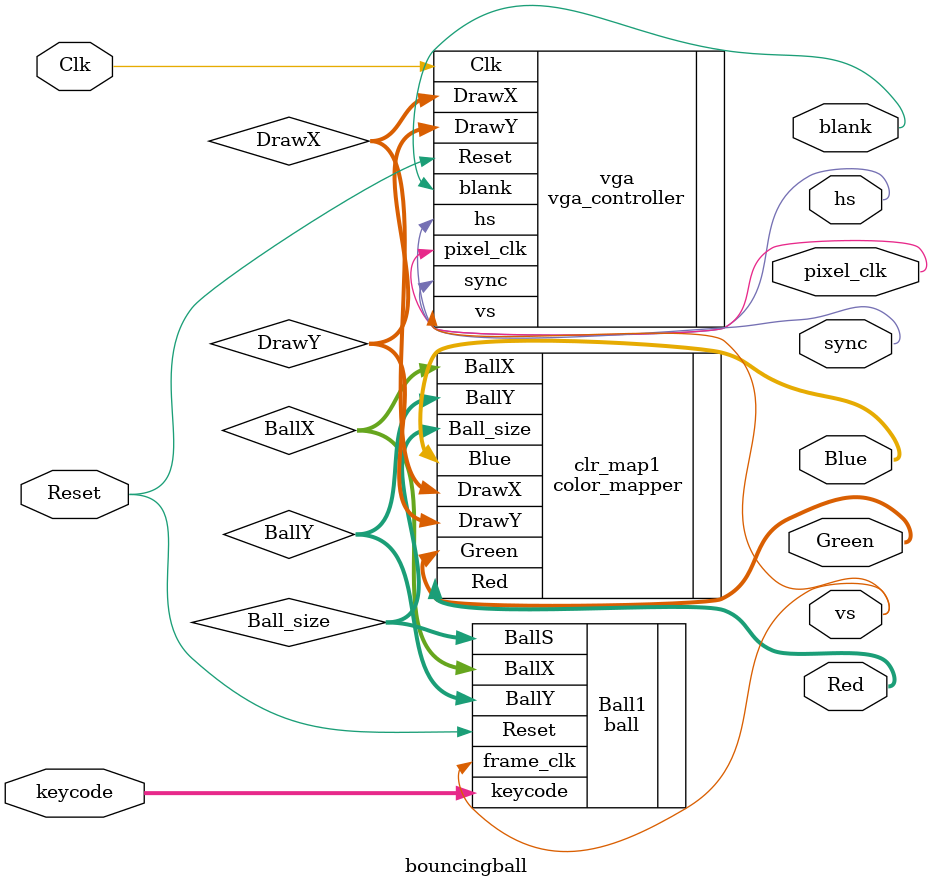
<source format=sv>
module bouncingball(input logic Reset, Clk, 
                    input logic [7:0] keycode,
						  output logic pixel_clk, blank, sync, hs, vs, 
						  output logic [7:0] Red, Green, Blue);

						  
						  
logic [9:0] BallX, BallY, Ball_size, DrawX, DrawY;	
	
		  

ball Ball1 (.Reset(Reset), .frame_clk(vs),
      .BallX(BallX), .BallY(BallY), .BallS(Ball_size),
	   .keycode(keycode));
					
					
color_mapper clr_map1( .BallX(BallX), .BallY(BallY), .DrawX(DrawX), .DrawY(DrawY), .Ball_size(Ball_size),
               .Red(Red), .Green(Green), .Blue(Blue));
							  
							  
							  
vga_controller vga(.Clk(Clk),       // 50 MHz clock
                .Reset(Reset),     // reset signal
                .hs(hs),        // Horizontal sync pulse.  Active low
	             .vs(vs),        // Vertical sync pulse.  Active low
		          .pixel_clk(pixel_clk), // 25 MHz pixel clock output
				    .blank(blank),     // Blanking interval indicator.  Active low.
					 .sync(sync),      // Composite Sync signal.  Active low.  We don't use it in this lab,
												             //   but the video DAC on the DE2 board requires an input for it.
					.DrawX(DrawX),     // horizontal coordinate
					.DrawY(DrawY) );
					
					
endmodule
</source>
